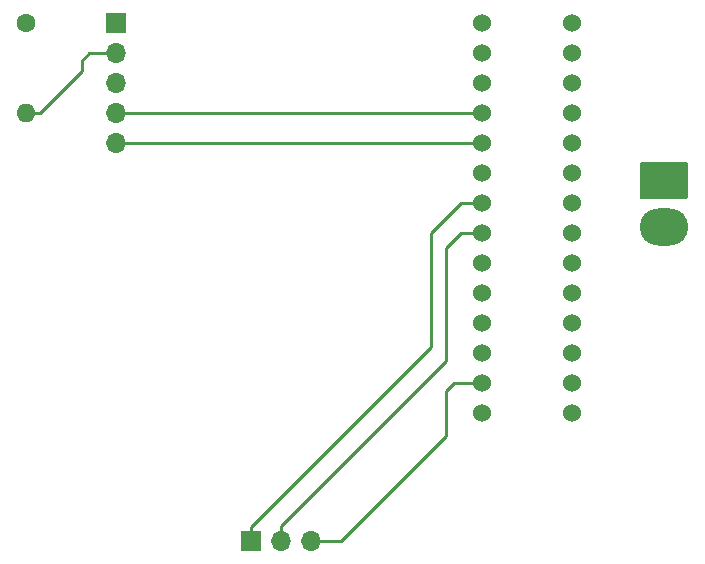
<source format=gbl>
G04 #@! TF.GenerationSoftware,KiCad,Pcbnew,(5.1.5)-3*
G04 #@! TF.CreationDate,2021-02-10T11:03:33-05:00*
G04 #@! TF.ProjectId,PCB,5043422e-6b69-4636-9164-5f7063625858,rev?*
G04 #@! TF.SameCoordinates,Original*
G04 #@! TF.FileFunction,Copper,L2,Bot*
G04 #@! TF.FilePolarity,Positive*
%FSLAX46Y46*%
G04 Gerber Fmt 4.6, Leading zero omitted, Abs format (unit mm)*
G04 Created by KiCad (PCBNEW (5.1.5)-3) date 2021-02-10 11:03:33*
%MOMM*%
%LPD*%
G04 APERTURE LIST*
%ADD10O,1.700000X1.700000*%
%ADD11R,1.700000X1.700000*%
%ADD12C,0.100000*%
%ADD13O,4.100000X3.160000*%
%ADD14C,1.600000*%
%ADD15O,1.600000X1.600000*%
%ADD16C,1.524000*%
%ADD17C,0.254000*%
G04 APERTURE END LIST*
D10*
X108585000Y-94615000D03*
X108585000Y-92075000D03*
X108585000Y-89535000D03*
X108585000Y-86995000D03*
D11*
X108585000Y-84455000D03*
G04 #@! TA.AperFunction,ComponentPad*
D12*
G36*
X156764504Y-96211204D02*
G01*
X156788773Y-96214804D01*
X156812571Y-96220765D01*
X156835671Y-96229030D01*
X156857849Y-96239520D01*
X156878893Y-96252133D01*
X156898598Y-96266747D01*
X156916777Y-96283223D01*
X156933253Y-96301402D01*
X156947867Y-96321107D01*
X156960480Y-96342151D01*
X156970970Y-96364329D01*
X156979235Y-96387429D01*
X156985196Y-96411227D01*
X156988796Y-96435496D01*
X156990000Y-96460000D01*
X156990000Y-99120000D01*
X156988796Y-99144504D01*
X156985196Y-99168773D01*
X156979235Y-99192571D01*
X156970970Y-99215671D01*
X156960480Y-99237849D01*
X156947867Y-99258893D01*
X156933253Y-99278598D01*
X156916777Y-99296777D01*
X156898598Y-99313253D01*
X156878893Y-99327867D01*
X156857849Y-99340480D01*
X156835671Y-99350970D01*
X156812571Y-99359235D01*
X156788773Y-99365196D01*
X156764504Y-99368796D01*
X156740000Y-99370000D01*
X153140000Y-99370000D01*
X153115496Y-99368796D01*
X153091227Y-99365196D01*
X153067429Y-99359235D01*
X153044329Y-99350970D01*
X153022151Y-99340480D01*
X153001107Y-99327867D01*
X152981402Y-99313253D01*
X152963223Y-99296777D01*
X152946747Y-99278598D01*
X152932133Y-99258893D01*
X152919520Y-99237849D01*
X152909030Y-99215671D01*
X152900765Y-99192571D01*
X152894804Y-99168773D01*
X152891204Y-99144504D01*
X152890000Y-99120000D01*
X152890000Y-96460000D01*
X152891204Y-96435496D01*
X152894804Y-96411227D01*
X152900765Y-96387429D01*
X152909030Y-96364329D01*
X152919520Y-96342151D01*
X152932133Y-96321107D01*
X152946747Y-96301402D01*
X152963223Y-96283223D01*
X152981402Y-96266747D01*
X153001107Y-96252133D01*
X153022151Y-96239520D01*
X153044329Y-96229030D01*
X153067429Y-96220765D01*
X153091227Y-96214804D01*
X153115496Y-96211204D01*
X153140000Y-96210000D01*
X156740000Y-96210000D01*
X156764504Y-96211204D01*
G37*
G04 #@! TD.AperFunction*
D13*
X154940000Y-101750000D03*
D11*
X120015000Y-128270000D03*
D10*
X122555000Y-128270000D03*
X125095000Y-128270000D03*
D14*
X100965000Y-84455000D03*
D15*
X100965000Y-92075000D03*
D16*
X139573000Y-84455000D03*
X139573000Y-86995000D03*
X139573000Y-89535000D03*
X139573000Y-92075000D03*
X139573000Y-94615000D03*
X139573000Y-97155000D03*
X139573000Y-99695000D03*
X139573000Y-102235000D03*
X139573000Y-104775000D03*
X139573000Y-107315000D03*
X139573000Y-109855000D03*
X139573000Y-112395000D03*
X139573000Y-114935000D03*
X139573000Y-117475000D03*
X147193000Y-117475000D03*
X147193000Y-114935000D03*
X147193000Y-112395000D03*
X147193000Y-109855000D03*
X147193000Y-107315000D03*
X147193000Y-104775000D03*
X147193000Y-102235000D03*
X147193000Y-99695000D03*
X147193000Y-97155000D03*
X147193000Y-94615000D03*
X147193000Y-92075000D03*
X147193000Y-89535000D03*
X147193000Y-86995000D03*
X147193000Y-84455000D03*
D17*
X102096370Y-92075000D02*
X105664000Y-88507370D01*
X100965000Y-92075000D02*
X102096370Y-92075000D01*
X105664000Y-88507370D02*
X105664000Y-87630000D01*
X106299000Y-86995000D02*
X108585000Y-86995000D01*
X105664000Y-87630000D02*
X106299000Y-86995000D01*
X136525000Y-115570000D02*
X137160000Y-114935000D01*
X137160000Y-114935000D02*
X139573000Y-114935000D01*
X136525000Y-119380000D02*
X136525000Y-115570000D01*
X125095000Y-128270000D02*
X127635000Y-128270000D01*
X127635000Y-128270000D02*
X136525000Y-119380000D01*
X122555000Y-128270000D02*
X122555000Y-127000000D01*
X122555000Y-127000000D02*
X136525000Y-113030000D01*
X136525000Y-113030000D02*
X136525000Y-103505000D01*
X136525000Y-103505000D02*
X137795000Y-102235000D01*
X137795000Y-102235000D02*
X139573000Y-102235000D01*
X108585000Y-92075000D02*
X136144000Y-92075000D01*
X136144000Y-92075000D02*
X139573000Y-92075000D01*
X108585000Y-94615000D02*
X136144000Y-94615000D01*
X136144000Y-94615000D02*
X139573000Y-94615000D01*
X120015000Y-127166000D02*
X135255000Y-111926000D01*
X120015000Y-128270000D02*
X120015000Y-127166000D01*
X135255000Y-111926000D02*
X135255000Y-102235000D01*
X137795000Y-99695000D02*
X139573000Y-99695000D01*
X135255000Y-102235000D02*
X137795000Y-99695000D01*
M02*

</source>
